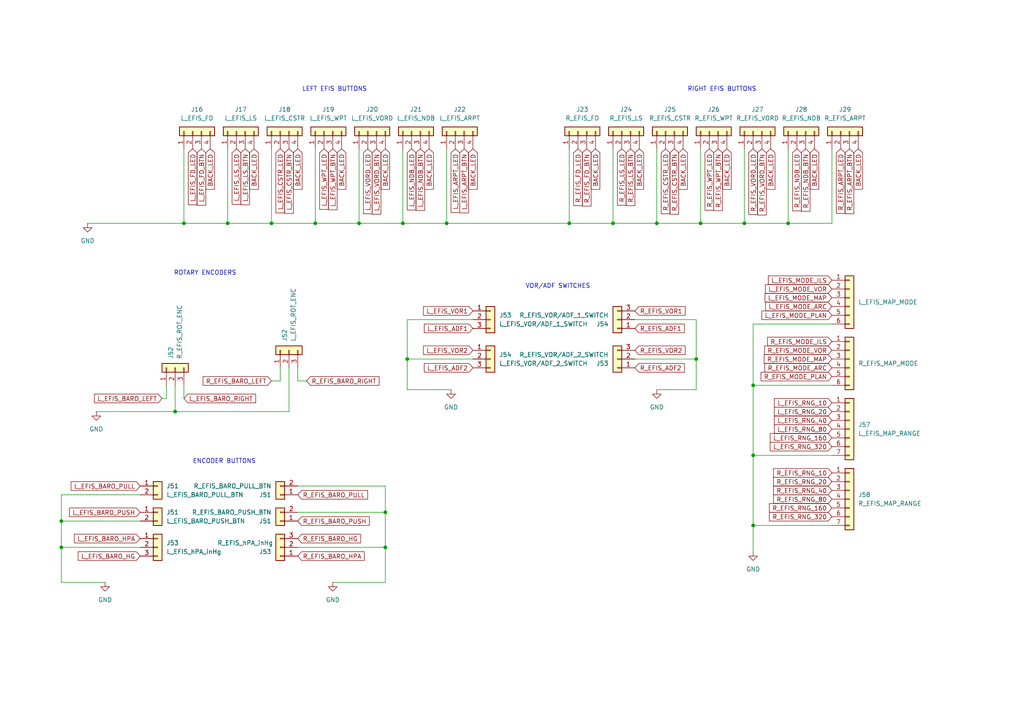
<source format=kicad_sch>
(kicad_sch (version 20230121) (generator eeschema)
  (paper "A4")
  (title_block (title "FCU Mainboard schematics") (date "2024-03-05") (rev "1.0"))
  (lib_symbols
    (symbol "Connector_Generic:Conn_01x02" (pin_names (offset 1.016) hide)
      (property "Reference" "J" (at 0 2.54 0))
      (property "Value" "Conn_01x02" (at 0 -5.08 0))
      (symbol "Conn_01x02_1_1"
        (rectangle (start -1.27 -2.413) (end 0 -2.667) (stroke (width 0.1524)))
        (rectangle (start -1.27 0.127) (end 0 -0.127) (stroke (width 0.1524)))
        (rectangle (start -1.27 1.27) (end 1.27 -3.81) (stroke (width 0.254)) (fill (type background)))
        (pin passive line (at -5.08 0 0) (length 3.81) (name "Pin_1") (number "1"))
        (pin passive line (at -5.08 -2.54 0) (length 3.81) (name "Pin_2") (number "2"))
      )
    )
    (symbol "Connector_Generic:Conn_01x03" (pin_names (offset 1.016) hide)
      (property "Reference" "J" (at 0 5.08 0))
      (property "Value" "Conn_01x03" (at 0 -5.08 0))
      (symbol "Conn_01x03_1_1"
        (rectangle (start -1.27 -2.413) (end 0 -2.667) (stroke (width 0.1524)))
        (rectangle (start -1.27 0.127) (end 0 -0.127) (stroke (width 0.1524)))
        (rectangle (start -1.27 2.667) (end 0 2.413) (stroke (width 0.1524)))
        (rectangle (start -1.27 3.81) (end 1.27 -3.81) (stroke (width 0.254)) (fill (type background)))
        (pin passive line (at -5.08 2.54 0) (length 3.81) (name "Pin_1") (number "1"))
        (pin passive line (at -5.08 0 0) (length 3.81) (name "Pin_2") (number "2"))
        (pin passive line (at -5.08 -2.54 0) (length 3.81) (name "Pin_3") (number "3"))
      )
    )
    (symbol "Connector_Generic:Conn_01x04" (pin_names (offset 1.016) hide)
      (property "Reference" "J" (at 0 5.08 0))
      (property "Value" "Conn_01x04" (at 0 -7.62 0))
      (symbol "Conn_01x04_1_1"
        (rectangle (start -1.27 -4.953) (end 0 -5.207) (stroke (width 0.1524)))
        (rectangle (start -1.27 -2.413) (end 0 -2.667) (stroke (width 0.1524)))
        (rectangle (start -1.27 0.127) (end 0 -0.127) (stroke (width 0.1524)))
        (rectangle (start -1.27 2.667) (end 0 2.413) (stroke (width 0.1524)))
        (rectangle (start -1.27 3.81) (end 1.27 -6.35) (stroke (width 0.254)) (fill (type background)))
        (pin passive line (at -5.08 2.54 0) (length 3.81) (name "Pin_1") (number "1"))
        (pin passive line (at -5.08 0 0) (length 3.81) (name "Pin_2") (number "2"))
        (pin passive line (at -5.08 -2.54 0) (length 3.81) (name "Pin_3") (number "3"))
        (pin passive line (at -5.08 -5.08 0) (length 3.81) (name "Pin_4") (number "4"))
      )
    )
    (symbol "Connector_Generic:Conn_01x06" (pin_names (offset 1.016) hide)
      (property "Reference" "J" (at 0 7.62 0))
      (property "Value" "Conn_01x06" (at 0 -10.16 0))
      (symbol "Conn_01x06_1_1"
        (rectangle (start -1.27 -7.493) (end 0 -7.747) (stroke (width 0.1524)))
        (rectangle (start -1.27 -4.953) (end 0 -5.207) (stroke (width 0.1524)))
        (rectangle (start -1.27 -2.413) (end 0 -2.667) (stroke (width 0.1524)))
        (rectangle (start -1.27 0.127) (end 0 -0.127) (stroke (width 0.1524)))
        (rectangle (start -1.27 2.667) (end 0 2.413) (stroke (width 0.1524)))
        (rectangle (start -1.27 5.207) (end 0 4.953) (stroke (width 0.1524)))
        (rectangle (start -1.27 6.35) (end 1.27 -8.89) (stroke (width 0.254)) (fill (type background)))
        (pin passive line (at -5.08 5.08 0) (length 3.81) (name "Pin_1") (number "1"))
        (pin passive line (at -5.08 2.54 0) (length 3.81) (name "Pin_2") (number "2"))
        (pin passive line (at -5.08 0 0) (length 3.81) (name "Pin_3") (number "3"))
        (pin passive line (at -5.08 -2.54 0) (length 3.81) (name "Pin_4") (number "4"))
        (pin passive line (at -5.08 -5.08 0) (length 3.81) (name "Pin_5") (number "5"))
        (pin passive line (at -5.08 -7.62 0) (length 3.81) (name "Pin_6") (number "6"))
      )
    )
    (symbol "Connector_Generic:Conn_01x07" (pin_names (offset 1.016) hide)
      (property "Reference" "J" (at 0 10.16 0))
      (property "Value" "Conn_01x07" (at 0 -10.16 0))
      (symbol "Conn_01x07_1_1"
        (rectangle (start -1.27 -7.493) (end 0 -7.747) (stroke (width 0.1524)))
        (rectangle (start -1.27 -4.953) (end 0 -5.207) (stroke (width 0.1524)))
        (rectangle (start -1.27 -2.413) (end 0 -2.667) (stroke (width 0.1524)))
        (rectangle (start -1.27 0.127) (end 0 -0.127) (stroke (width 0.1524)))
        (rectangle (start -1.27 2.667) (end 0 2.413) (stroke (width 0.1524)))
        (rectangle (start -1.27 5.207) (end 0 4.953) (stroke (width 0.1524)))
        (rectangle (start -1.27 7.747) (end 0 7.493) (stroke (width 0.1524)))
        (rectangle (start -1.27 8.89) (end 1.27 -8.89) (stroke (width 0.254)) (fill (type background)))
        (pin passive line (at -5.08 7.62 0) (length 3.81) (name "Pin_1") (number "1"))
        (pin passive line (at -5.08 5.08 0) (length 3.81) (name "Pin_2") (number "2"))
        (pin passive line (at -5.08 2.54 0) (length 3.81) (name "Pin_3") (number "3"))
        (pin passive line (at -5.08 0 0) (length 3.81) (name "Pin_4") (number "4"))
        (pin passive line (at -5.08 -2.54 0) (length 3.81) (name "Pin_5") (number "5"))
        (pin passive line (at -5.08 -5.08 0) (length 3.81) (name "Pin_6") (number "6"))
        (pin passive line (at -5.08 -7.62 0) (length 3.81) (name "Pin_7") (number "7"))
      )
    )
    (symbol "power:GND" (power) (pin_names (offset 0))
      (property "Value" "GND" (at 0 -3.81 0))
      (symbol "GND_0_1"
        (polyline (pts (xy 0 0) (xy 0 -1.27) (xy 1.27 -1.27) (xy 0 -2.54) (xy -1.27 -1.27) (xy 0 -1.27)))
      )
      (symbol "GND_1_1"
        (pin power_in line (at 0 0 270) (length 0) hide (name "GND") (number "1"))
      )
    )
  )
  (junction (at 116.84 64.77))
  (junction (at 177.8 64.77))
  (junction (at 111.76 158.75))
  (junction (at 218.44 152.4))
  (junction (at 50.8 119.38))
  (junction (at 17.78 151.13))
  (junction (at 53.34 64.77))
  (junction (at 118.11 104.14))
  (junction (at 218.44 132.08))
  (junction (at 111.76 148.59))
  (junction (at 218.44 111.76))
  (junction (at 165.1 64.77))
  (junction (at 129.54 64.77))
  (junction (at 190.5 64.77))
  (junction (at 203.2 64.77))
  (junction (at 228.6 64.77))
  (junction (at 66.04 64.77))
  (junction (at 78.74 64.77))
  (junction (at 17.78 158.75))
  (junction (at 201.93 104.14))
  (junction (at 104.14 64.77))
  (junction (at 91.44 64.77))
  (junction (at 215.9 64.77))
  (wire (pts (xy 228.6 43.18) (xy 228.6 64.77)))
  (wire (pts (xy 218.44 152.4) (xy 218.44 160.02)))
  (wire (pts (xy 137.16 92.71) (xy 118.11 92.71)))
  (wire (pts (xy 78.74 110.49) (xy 81.28 110.49)))
  (wire (pts (xy 111.76 148.59) (xy 111.76 158.75)))
  (wire (pts (xy 215.9 43.18) (xy 215.9 64.77)))
  (wire (pts (xy 184.15 92.71) (xy 201.93 92.71)))
  (wire (pts (xy 40.64 158.75) (xy 17.78 158.75)))
  (wire (pts (xy 129.54 43.18) (xy 129.54 64.77)))
  (wire (pts (xy 241.3 111.76) (xy 218.44 111.76)))
  (wire (pts (xy 46.99 115.57) (xy 48.26 115.57)))
  (wire (pts (xy 184.15 104.14) (xy 201.93 104.14)))
  (wire (pts (xy 111.76 168.91) (xy 96.52 168.91)))
  (wire (pts (xy 165.1 43.18) (xy 165.1 64.77)))
  (wire (pts (xy 78.74 64.77) (xy 91.44 64.77)))
  (wire (pts (xy 203.2 64.77) (xy 215.9 64.77)))
  (wire (pts (xy 86.36 140.97) (xy 111.76 140.97)))
  (wire (pts (xy 104.14 64.77) (xy 116.84 64.77)))
  (wire (pts (xy 17.78 151.13) (xy 40.64 151.13)))
  (wire (pts (xy 50.8 119.38) (xy 83.82 119.38)))
  (wire (pts (xy 218.44 93.98) (xy 218.44 111.76)))
  (wire (pts (xy 201.93 92.71) (xy 201.93 104.14)))
  (wire (pts (xy 17.78 143.51) (xy 17.78 151.13)))
  (wire (pts (xy 129.54 64.77) (xy 165.1 64.77)))
  (wire (pts (xy 17.78 158.75) (xy 17.78 168.91)))
  (wire (pts (xy 228.6 64.77) (xy 241.3 64.77)))
  (wire (pts (xy 78.74 43.18) (xy 78.74 64.77)))
  (wire (pts (xy 177.8 64.77) (xy 190.5 64.77)))
  (wire (pts (xy 218.44 132.08) (xy 218.44 152.4)))
  (wire (pts (xy 203.2 43.18) (xy 203.2 64.77)))
  (wire (pts (xy 91.44 43.18) (xy 91.44 64.77)))
  (wire (pts (xy 81.28 110.49) (xy 81.28 106.68)))
  (wire (pts (xy 201.93 113.03) (xy 190.5 113.03)))
  (wire (pts (xy 118.11 104.14) (xy 118.11 113.03)))
  (wire (pts (xy 241.3 152.4) (xy 218.44 152.4)))
  (wire (pts (xy 165.1 64.77) (xy 177.8 64.77)))
  (wire (pts (xy 53.34 64.77) (xy 66.04 64.77)))
  (wire (pts (xy 190.5 64.77) (xy 203.2 64.77)))
  (wire (pts (xy 86.36 158.75) (xy 111.76 158.75)))
  (wire (pts (xy 218.44 132.08) (xy 241.3 132.08)))
  (wire (pts (xy 201.93 104.14) (xy 201.93 113.03)))
  (wire (pts (xy 116.84 43.18) (xy 116.84 64.77)))
  (wire (pts (xy 86.36 148.59) (xy 111.76 148.59)))
  (wire (pts (xy 91.44 64.77) (xy 104.14 64.77)))
  (wire (pts (xy 241.3 93.98) (xy 218.44 93.98)))
  (wire (pts (xy 111.76 140.97) (xy 111.76 148.59)))
  (wire (pts (xy 66.04 64.77) (xy 78.74 64.77)))
  (wire (pts (xy 27.94 119.38) (xy 50.8 119.38)))
  (wire (pts (xy 83.82 106.68) (xy 83.82 119.38)))
  (wire (pts (xy 40.64 143.51) (xy 17.78 143.51)))
  (wire (pts (xy 118.11 104.14) (xy 137.16 104.14)))
  (wire (pts (xy 190.5 43.18) (xy 190.5 64.77)))
  (wire (pts (xy 86.36 110.49) (xy 86.36 106.68)))
  (wire (pts (xy 17.78 151.13) (xy 17.78 158.75)))
  (wire (pts (xy 53.34 43.18) (xy 53.34 64.77)))
  (wire (pts (xy 118.11 113.03) (xy 130.81 113.03)))
  (wire (pts (xy 218.44 111.76) (xy 218.44 132.08)))
  (wire (pts (xy 66.04 43.18) (xy 66.04 64.77)))
  (wire (pts (xy 177.8 43.18) (xy 177.8 64.77)))
  (wire (pts (xy 215.9 64.77) (xy 228.6 64.77)))
  (wire (pts (xy 48.26 115.57) (xy 48.26 111.76)))
  (wire (pts (xy 241.3 64.77) (xy 241.3 43.18)))
  (wire (pts (xy 25.4 64.77) (xy 53.34 64.77)))
  (wire (pts (xy 118.11 92.71) (xy 118.11 104.14)))
  (wire (pts (xy 111.76 158.75) (xy 111.76 168.91)))
  (wire (pts (xy 17.78 168.91) (xy 30.48 168.91)))
  (wire (pts (xy 53.34 111.76) (xy 53.34 115.57)))
  (wire (pts (xy 88.9 110.49) (xy 86.36 110.49)))
  (wire (pts (xy 104.14 43.18) (xy 104.14 64.77)))
  (wire (pts (xy 116.84 64.77) (xy 129.54 64.77)))
  (wire (pts (xy 50.8 119.38) (xy 50.8 111.76)))
  (text "ENCODER BUTTONS" (at 55.88 134.62 0) (effects (font (size 1.27 1.27)) (justify left bottom)))
  (text "RIGHT EFIS BUTTONS" (at 199.39 26.67 0) (effects (font (size 1.27 1.27)) (justify left bottom)))
  (text "LEFT EFIS BUTTONS" (at 87.63 26.67 0) (effects (font (size 1.27 1.27)) (justify left bottom)))
  (text "VOR/ADF SWITCHES" (at 152.4 83.82 0) (effects (font (size 1.27 1.27)) (justify left bottom)))
  (text "ROTARY ENCODERS" (at 68.58 80.01 0) (effects (font (size 1.27 1.27)) (justify right bottom)))
  (global_label "L_EFIS_VOR1" (shape input) (at 137.16 90.17 180) (property "Intersheetrefs" "${INTERSHEET_REFS}" (effects hide)))
  (global_label "L_EFIS_RNG_160" (shape input) (at 241.3 127 180) (property "Intersheetrefs" "${INTERSHEET_REFS}" (effects hide)))
  (global_label "R_EFIS_RNG_80" (shape input) (at 241.3 144.78 180) (property "Intersheetrefs" "${INTERSHEET_REFS}" (effects hide)))
  (global_label "L_EFIS_BARO_HPA" (shape input) (at 40.64 156.21 180) (property "Intersheetrefs" "${INTERSHEET_REFS}" (effects hide)))
  (global_label "BACK_LED" (shape input) (at 172.72 43.18 270) (property "Intersheetrefs" "${INTERSHEET_REFS}" (effects hide)))
  (global_label "BACK_LED" (shape input) (at 185.42 43.18 270) (property "Intersheetrefs" "${INTERSHEET_REFS}" (effects hide)))
  (global_label "R_EFIS_LS_LED" (shape input) (at 180.34 43.18 270) (property "Intersheetrefs" "${INTERSHEET_REFS}" (effects hide)))
  (global_label "R_EFIS_MODE_MAP" (shape input) (at 241.3 104.14 180) (property "Intersheetrefs" "${INTERSHEET_REFS}" (effects hide)))
  (global_label "R_EFIS_BARO_RIGHT" (shape input) (at 88.9 110.49 0) (property "Intersheetrefs" "${INTERSHEET_REFS}" (effects hide)))
  (global_label "R_EFIS_FD_BTN" (shape input) (at 170.18 43.18 270) (property "Intersheetrefs" "${INTERSHEET_REFS}" (effects hide)))
  (global_label "L_EFIS_RNG_320" (shape input) (at 241.3 129.54 180) (property "Intersheetrefs" "${INTERSHEET_REFS}" (effects hide)))
  (global_label "R_EFIS_BARO_PUSH" (shape input) (at 86.36 151.13 0) (property "Intersheetrefs" "${INTERSHEET_REFS}" (effects hide)))
  (global_label "L_EFIS_BARO_PUSH" (shape input) (at 40.64 148.59 180) (property "Intersheetrefs" "${INTERSHEET_REFS}" (effects hide)))
  (global_label "L_EFIS_RNG_10" (shape input) (at 241.3 116.84 180) (property "Intersheetrefs" "${INTERSHEET_REFS}" (effects hide)))
  (global_label "R_EFIS_VOR1" (shape input) (at 184.15 90.17 0) (property "Intersheetrefs" "${INTERSHEET_REFS}" (effects hide)))
  (global_label "R_EFIS_CSTR_LED" (shape input) (at 193.04 43.18 270) (property "Intersheetrefs" "${INTERSHEET_REFS}" (effects hide)))
  (global_label "L_EFIS_MODE_VOR" (shape input) (at 241.3 83.82 180) (property "Intersheetrefs" "${INTERSHEET_REFS}" (effects hide)))
  (global_label "L_EFIS_WPT_LED" (shape input) (at 93.98 43.18 270) (property "Intersheetrefs" "${INTERSHEET_REFS}" (effects hide)))
  (global_label "L_EFIS_NDB_LED" (shape input) (at 119.38 43.18 270) (property "Intersheetrefs" "${INTERSHEET_REFS}" (effects hide)))
  (global_label "R_EFIS_BARO_LEFT" (shape input) (at 78.74 110.49 180) (property "Intersheetrefs" "${INTERSHEET_REFS}" (effects hide)))
  (global_label "R_EFIS_MODE_ILS" (shape input) (at 241.3 99.06 180) (property "Intersheetrefs" "${INTERSHEET_REFS}" (effects hide)))
  (global_label "L_EFIS_ADF1" (shape input) (at 137.16 95.25 180) (property "Intersheetrefs" "${INTERSHEET_REFS}" (effects hide)))
  (global_label "L_EFIS_BARO_RIGHT" (shape input) (at 53.34 115.57 0) (property "Intersheetrefs" "${INTERSHEET_REFS}" (effects hide)))
  (global_label "BACK_LED" (shape input) (at 210.82 43.18 270) (property "Intersheetrefs" "${INTERSHEET_REFS}" (effects hide)))
  (global_label "L_EFIS_FD_LED" (shape input) (at 55.88 43.18 270) (property "Intersheetrefs" "${INTERSHEET_REFS}" (effects hide)))
  (global_label "R_EFIS_RNG_20" (shape input) (at 241.3 139.7 180) (property "Intersheetrefs" "${INTERSHEET_REFS}" (effects hide)))
  (global_label "R_EFIS_BARO_HPA" (shape input) (at 86.36 161.29 0) (property "Intersheetrefs" "${INTERSHEET_REFS}" (effects hide)))
  (global_label "L_EFIS_WPT_BTN" (shape input) (at 96.52 43.18 270) (property "Intersheetrefs" "${INTERSHEET_REFS}" (effects hide)))
  (global_label "R_EFIS_LS_BTN" (shape input) (at 182.88 43.18 270) (property "Intersheetrefs" "${INTERSHEET_REFS}" (effects hide)))
  (global_label "L_EFIS_RNG_20" (shape input) (at 241.3 119.38 180) (property "Intersheetrefs" "${INTERSHEET_REFS}" (effects hide)))
  (global_label "L_EFIS_RNG_40" (shape input) (at 241.3 121.92 180) (property "Intersheetrefs" "${INTERSHEET_REFS}" (effects hide)))
  (global_label "BACK_LED" (shape input) (at 73.66 43.18 270) (property "Intersheetrefs" "${INTERSHEET_REFS}" (effects hide)))
  (global_label "L_EFIS_MODE_ILS" (shape input) (at 241.3 81.28 180) (property "Intersheetrefs" "${INTERSHEET_REFS}" (effects hide)))
  (global_label "BACK_LED" (shape input) (at 60.96 43.18 270) (property "Intersheetrefs" "${INTERSHEET_REFS}" (effects hide)))
  (global_label "BACK_LED" (shape input) (at 86.36 43.18 270) (property "Intersheetrefs" "${INTERSHEET_REFS}" (effects hide)))
  (global_label "R_EFIS_WPT_BTN" (shape input) (at 208.28 43.18 270) (property "Intersheetrefs" "${INTERSHEET_REFS}" (effects hide)))
  (global_label "R_EFIS_MODE_VOR" (shape input) (at 241.3 101.6 180) (property "Intersheetrefs" "${INTERSHEET_REFS}" (effects hide)))
  (global_label "R_EFIS_MODE_PLAN" (shape input) (at 241.3 109.22 180) (property "Intersheetrefs" "${INTERSHEET_REFS}" (effects hide)))
  (global_label "R_EFIS_ADF1" (shape input) (at 184.15 95.25 0) (property "Intersheetrefs" "${INTERSHEET_REFS}" (effects hide)))
  (global_label "R_EFIS_MODE_ARC" (shape input) (at 241.3 106.68 180) (property "Intersheetrefs" "${INTERSHEET_REFS}" (effects hide)))
  (global_label "L_EFIS_ADF2" (shape input) (at 137.16 106.68 180) (property "Intersheetrefs" "${INTERSHEET_REFS}" (effects hide)))
  (global_label "R_EFIS_VOR2" (shape input) (at 184.15 101.6 0) (property "Intersheetrefs" "${INTERSHEET_REFS}" (effects hide)))
  (global_label "L_EFIS_VORD_BTN" (shape input) (at 109.22 43.18 270) (property "Intersheetrefs" "${INTERSHEET_REFS}" (effects hide)))
  (global_label "L_EFIS_VOR2" (shape input) (at 137.16 101.6 180) (property "Intersheetrefs" "${INTERSHEET_REFS}" (effects hide)))
  (global_label "L_EFIS_MODE_MAP" (shape input) (at 241.3 86.36 180) (property "Intersheetrefs" "${INTERSHEET_REFS}" (effects hide)))
  (global_label "BACK_LED" (shape input) (at 236.22 43.18 270) (property "Intersheetrefs" "${INTERSHEET_REFS}" (effects hide)))
  (global_label "L_EFIS_RNG_80" (shape input) (at 241.3 124.46 180) (property "Intersheetrefs" "${INTERSHEET_REFS}" (effects hide)))
  (global_label "L_EFIS_MODE_PLAN" (shape input) (at 241.3 91.44 180) (property "Intersheetrefs" "${INTERSHEET_REFS}" (effects hide)))
  (global_label "L_EFIS_VORD_LED" (shape input) (at 106.68 43.18 270) (property "Intersheetrefs" "${INTERSHEET_REFS}" (effects hide)))
  (global_label "BACK_LED" (shape input) (at 223.52 43.18 270) (property "Intersheetrefs" "${INTERSHEET_REFS}" (effects hide)))
  (global_label "BACK_LED" (shape input) (at 111.76 43.18 270) (property "Intersheetrefs" "${INTERSHEET_REFS}" (effects hide)))
  (global_label "R_EFIS_BARO_PULL" (shape input) (at 86.36 143.51 0) (property "Intersheetrefs" "${INTERSHEET_REFS}" (effects hide)))
  (global_label "L_EFIS_BARO_LEFT" (shape input) (at 46.99 115.57 180) (property "Intersheetrefs" "${INTERSHEET_REFS}" (effects hide)))
  (global_label "L_EFIS_LS_LED" (shape input) (at 68.58 43.18 270) (property "Intersheetrefs" "${INTERSHEET_REFS}" (effects hide)))
  (global_label "R_EFIS_WPT_LED" (shape input) (at 205.74 43.18 270) (property "Intersheetrefs" "${INTERSHEET_REFS}" (effects hide)))
  (global_label "R_EFIS_RNG_40" (shape input) (at 241.3 142.24 180) (property "Intersheetrefs" "${INTERSHEET_REFS}" (effects hide)))
  (global_label "R_EFIS_BARO_HG" (shape input) (at 86.36 156.21 0) (property "Intersheetrefs" "${INTERSHEET_REFS}" (effects hide)))
  (global_label "BACK_LED" (shape input) (at 198.12 43.18 270) (property "Intersheetrefs" "${INTERSHEET_REFS}" (effects hide)))
  (global_label "L_EFIS_LS_BTN" (shape input) (at 71.12 43.18 270) (property "Intersheetrefs" "${INTERSHEET_REFS}" (effects hide)))
  (global_label "R_EFIS_VORD_BTN" (shape input) (at 220.98 43.18 270) (property "Intersheetrefs" "${INTERSHEET_REFS}" (effects hide)))
  (global_label "L_EFIS_MODE_ARC" (shape input) (at 241.3 88.9 180) (property "Intersheetrefs" "${INTERSHEET_REFS}" (effects hide)))
  (global_label "BACK_LED" (shape input) (at 124.46 43.18 270) (property "Intersheetrefs" "${INTERSHEET_REFS}" (effects hide)))
  (global_label "R_EFIS_FD_LED" (shape input) (at 167.64 43.18 270) (property "Intersheetrefs" "${INTERSHEET_REFS}" (effects hide)))
  (global_label "L_EFIS_ARPT_LED" (shape input) (at 132.08 43.18 270) (property "Intersheetrefs" "${INTERSHEET_REFS}" (effects hide)))
  (global_label "L_EFIS_BARO_PULL" (shape input) (at 40.64 140.97 180) (property "Intersheetrefs" "${INTERSHEET_REFS}" (effects hide)))
  (global_label "L_EFIS_CSTR_BTN" (shape input) (at 83.82 43.18 270) (property "Intersheetrefs" "${INTERSHEET_REFS}" (effects hide)))
  (global_label "L_EFIS_CSTR_LED" (shape input) (at 81.28 43.18 270) (property "Intersheetrefs" "${INTERSHEET_REFS}" (effects hide)))
  (global_label "BACK_LED" (shape input) (at 137.16 43.18 270) (property "Intersheetrefs" "${INTERSHEET_REFS}" (effects hide)))
  (global_label "R_EFIS_NDB_LED" (shape input) (at 231.14 43.18 270) (property "Intersheetrefs" "${INTERSHEET_REFS}" (effects hide)))
  (global_label "L_EFIS_BARO_HG" (shape input) (at 40.64 161.29 180) (property "Intersheetrefs" "${INTERSHEET_REFS}" (effects hide)))
  (global_label "R_EFIS_ADF2" (shape input) (at 184.15 106.68 0) (property "Intersheetrefs" "${INTERSHEET_REFS}" (effects hide)))
  (global_label "R_EFIS_RNG_320" (shape input) (at 241.3 149.86 180) (property "Intersheetrefs" "${INTERSHEET_REFS}" (effects hide)))
  (global_label "R_EFIS_NDB_BTN" (shape input) (at 233.68 43.18 270) (property "Intersheetrefs" "${INTERSHEET_REFS}" (effects hide)))
  (global_label "R_EFIS_VORD_LED" (shape input) (at 218.44 43.18 270) (property "Intersheetrefs" "${INTERSHEET_REFS}" (effects hide)))
  (global_label "R_EFIS_RNG_160" (shape input) (at 241.3 147.32 180) (property "Intersheetrefs" "${INTERSHEET_REFS}" (effects hide)))
  (global_label "R_EFIS_CSTR_BTN" (shape input) (at 195.58 43.18 270) (property "Intersheetrefs" "${INTERSHEET_REFS}" (effects hide)))
  (global_label "L_EFIS_NDB_BTN" (shape input) (at 121.92 43.18 270) (property "Intersheetrefs" "${INTERSHEET_REFS}" (effects hide)))
  (global_label "L_EFIS_FD_BTN" (shape input) (at 58.42 43.18 270) (property "Intersheetrefs" "${INTERSHEET_REFS}" (effects hide)))
  (global_label "R_EFIS_RNG_10" (shape input) (at 241.3 137.16 180) (property "Intersheetrefs" "${INTERSHEET_REFS}" (effects hide)))
  (global_label "R_EFIS_ARPT_BTN" (shape input) (at 246.38 43.18 270) (property "Intersheetrefs" "${INTERSHEET_REFS}" (effects hide)))
  (global_label "BACK_LED" (shape input) (at 99.06 43.18 270) (property "Intersheetrefs" "${INTERSHEET_REFS}" (effects hide)))
  (global_label "R_EFIS_ARPT_LED" (shape input) (at 243.84 43.18 270) (property "Intersheetrefs" "${INTERSHEET_REFS}" (effects hide)))
  (global_label "BACK_LED" (shape input) (at 248.92 43.18 270) (property "Intersheetrefs" "${INTERSHEET_REFS}" (effects hide)))
  (global_label "L_EFIS_ARPT_BTN" (shape input) (at 134.62 43.18 270) (property "Intersheetrefs" "${INTERSHEET_REFS}" (effects hide)))
  (symbol (lib_id "Connector_Generic:Conn_01x03") (at 179.07 92.71 180) (unit 1)
    (property "Reference" "J54" (at 176.53 93.98 0) (effects (justify left)))
    (property "Value" "R_EFIS_VOR/ADF_1_SWITCH" (at 176.53 91.44 0) (effects (justify left)))
    (property "Footprint" "Connector_JST:JST_EH_B3B-EH-A_1x03_P2.50mm_Vertical" (effects hide))
    (instances (project "FCU_Mainboard_v2" (path "" (reference "J54") (unit 1)) (path "" (reference "J56") (unit 1))))
  )
  (symbol (lib_id "Connector_Generic:Conn_01x07") (at 246.38 144.78 0) (unit 1)
    (property "Reference" "J58" (at 248.92 143.51 0) (effects (justify left)))
    (property "Value" "R_EFIS_MAP_RANGE" (at 248.92 146.05 0) (effects (justify left)))
    (property "Footprint" "Connector_JST:JST_EH_B7B-EH-A_1x07_P2.50mm_Vertical" (effects hide))
    (instances (project "FCU_Mainboard_v2" (path "" (reference "J58") (unit 1)) (path "" (reference "J54") (unit 1))))
  )
  (symbol (lib_id "power:GND") (at 27.94 119.38 0) (unit 1)
    (property "Reference" "#PWR015" (effects hide))
    (property "Value" "GND" (at 27.94 124.46 0))
  )
  (symbol (lib_id "Connector_Generic:Conn_01x03") (at 83.82 101.6 90) (unit 1)
    (property "Reference" "J52" (at 82.55 99.06 0) (effects (justify left)))
    (property "Value" "L_EFIS_ROT_ENC" (at 85.09 99.06 0) (effects (justify left)))
    (property "Footprint" "Connector_JST:JST_EH_B3B-EH-A_1x03_P2.50mm_Vertical" (effects hide))
    (instances (project "FCU_Mainboard_v2" (path "" (reference "J52") (unit 1)) (path "" (reference "J40") (unit 1))))
  )
  (symbol (lib_id "Connector_Generic:Conn_01x04") (at 68.58 38.1 90) (unit 1)
    (property "Reference" "J17" (at 69.85 31.75 90))
    (property "Value" "L_EFIS_LS" (at 69.85 34.29 90))
    (property "Footprint" "Connector_JST:JST_EH_B4B-EH-A_1x04_P2.50mm_Vertical" (effects hide))
  )
  (symbol (lib_id "Connector_Generic:Conn_01x03") (at 81.28 158.75 180) (unit 1)
    (property "Reference" "J53" (at 78.74 160.02 0) (effects (justify left)))
    (property "Value" "R_EFIS_hPA_inHg" (at 71.12 157.48 0))
    (property "Footprint" "Connector_JST:JST_EH_B3B-EH-A_1x03_P2.50mm_Vertical" (effects hide))
    (instances (project "FCU_Mainboard_v2" (path "" (reference "J53") (unit 1)) (path "" (reference "J58") (unit 1))))
  )
  (symbol (lib_id "Connector_Generic:Conn_01x07") (at 246.38 124.46 0) (unit 1)
    (property "Reference" "J57" (at 248.92 123.19 0) (effects (justify left)))
    (property "Value" "L_EFIS_MAP_RANGE" (at 248.92 125.73 0) (effects (justify left)))
    (property "Footprint" "Connector_JST:JST_EH_B7B-EH-A_1x07_P2.50mm_Vertical" (effects hide))
    (instances (project "FCU_Mainboard_v2" (path "" (reference "J57") (unit 1)) (path "" (reference "J52") (unit 1))))
  )
  (symbol (lib_id "Connector_Generic:Conn_01x04") (at 231.14 38.1 90) (unit 1)
    (property "Reference" "J28" (at 232.41 31.75 90))
    (property "Value" "R_EFIS_NDB" (at 232.41 34.29 90))
    (property "Footprint" "Connector_JST:JST_EH_B4B-EH-A_1x04_P2.50mm_Vertical" (effects hide))
  )
  (symbol (lib_id "power:GND") (at 130.81 113.03 0) (unit 1)
    (property "Reference" "#PWR018" (effects hide))
    (property "Value" "GND" (at 130.81 118.11 0))
  )
  (symbol (lib_id "power:GND") (at 96.52 168.91 0) (unit 1)
    (property "Reference" "#PWR017" (effects hide))
    (property "Value" "GND" (at 96.52 173.99 0))
  )
  (symbol (lib_id "Connector_Generic:Conn_01x04") (at 167.64 38.1 90) (unit 1)
    (property "Reference" "J23" (at 168.91 31.75 90))
    (property "Value" "R_EFIS_FD" (at 168.91 34.29 90))
    (property "Footprint" "Connector_JST:JST_EH_B4B-EH-A_1x04_P2.50mm_Vertical" (effects hide))
  )
  (symbol (lib_id "Connector_Generic:Conn_01x03") (at 179.07 104.14 180) (unit 1)
    (property "Reference" "J53" (at 176.53 105.41 0) (effects (justify left)))
    (property "Value" "R_EFIS_VOR/ADF_2_SWITCH" (at 176.53 102.87 0) (effects (justify left)))
    (property "Footprint" "Connector_JST:JST_EH_B3B-EH-A_1x03_P2.50mm_Vertical" (effects hide))
    (instances (project "FCU_Mainboard_v2" (path "" (reference "J53") (unit 1)) (path "" (reference "J55") (unit 1))))
  )
  (symbol (lib_id "power:GND") (at 190.5 113.03 0) (unit 1)
    (property "Reference" "#PWR019" (effects hide))
    (property "Value" "GND" (at 190.5 118.11 0))
  )
  (symbol (lib_id "Connector_Generic:Conn_01x02") (at 45.72 140.97 0) (unit 1)
    (property "Reference" "J51" (at 48.26 140.97 0) (effects (justify left)))
    (property "Value" "L_EFIS_BARO_PULL_BTN" (at 48.26 143.51 0) (effects (justify left)))
    (property "Footprint" "Connector_JST:JST_EH_B2B-EH-A_1x02_P2.50mm_Vertical" (effects hide))
    (instances (project "FCU_Mainboard_v2" (path "" (reference "J51") (unit 1)) (path "" (reference "J38") (unit 1))))
  )
  (symbol (lib_id "Connector_Generic:Conn_01x04") (at 205.74 38.1 90) (unit 1)
    (property "Reference" "J26" (at 207.01 31.75 90))
    (property "Value" "R_EFIS_WPT" (at 207.01 34.29 90))
    (property "Footprint" "Connector_JST:JST_EH_B4B-EH-A_1x04_P2.50mm_Vertical" (effects hide))
  )
  (symbol (lib_id "Connector_Generic:Conn_01x03") (at 142.24 104.14 0) (unit 1)
    (property "Reference" "J54" (at 144.78 102.87 0) (effects (justify left)))
    (property "Value" "L_EFIS_VOR/ADF_2_SWITCH" (at 144.78 105.41 0) (effects (justify left)))
    (property "Footprint" "Connector_JST:JST_EH_B3B-EH-A_1x03_P2.50mm_Vertical" (effects hide))
    (instances (project "FCU_Mainboard_v2" (path "" (reference "J54") (unit 1)) (path "" (reference "J50") (unit 1))))
  )
  (symbol (lib_id "Connector_Generic:Conn_01x02") (at 81.28 151.13 180) (unit 1)
    (property "Reference" "J51" (at 78.74 151.13 0) (effects (justify left)))
    (property "Value" "R_EFIS_BARO_PUSH_BTN" (at 78.74 148.59 0) (effects (justify left)))
    (property "Footprint" "Connector_JST:JST_EH_B2B-EH-A_1x02_P2.50mm_Vertical" (effects hide))
    (instances (project "FCU_Mainboard_v2" (path "" (reference "J51") (unit 1)) (path "" (reference "J47") (unit 1))))
  )
  (symbol (lib_id "Connector_Generic:Conn_01x03") (at 50.8 106.68 90) (unit 1)
    (property "Reference" "J52" (at 49.53 104.14 0) (effects (justify left)))
    (property "Value" "R_EFIS_ROT_ENC" (at 52.07 104.14 0) (effects (justify left)))
    (property "Footprint" "Connector_JST:JST_EH_B3B-EH-A_1x03_P2.50mm_Vertical" (effects hide))
    (instances (project "FCU_Mainboard_v2" (path "" (reference "J52") (unit 1)) (path "" (reference "J36") (unit 1))))
  )
  (symbol (lib_id "Connector_Generic:Conn_01x04") (at 106.68 38.1 90) (unit 1)
    (property "Reference" "J20" (at 107.95 31.75 90))
    (property "Value" "L_EFIS_VORD" (at 107.95 34.29 90))
    (property "Footprint" "Connector_JST:JST_EH_B4B-EH-A_1x04_P2.50mm_Vertical" (effects hide))
  )
  (symbol (lib_id "Connector_Generic:Conn_01x06") (at 246.38 104.14 0) (unit 1)
    (property "Reference" "J56" (effects hide))
    (property "Value" "R_EFIS_MAP_MODE" (at 248.92 105.41 0) (effects (justify left)))
    (property "Footprint" "Connector_JST:JST_EH_B6B-EH-A_1x06_P2.50mm_Vertical" (effects hide))
    (instances (project "FCU_Mainboard_v2" (path "" (reference "J56") (unit 1)) (path "" (reference "J53") (unit 1))))
  )
  (symbol (lib_id "power:GND") (at 25.4 64.77 0) (unit 1)
    (property "Reference" "#PWR014" (effects hide))
    (property "Value" "GND" (at 25.4 69.85 0))
  )
  (symbol (lib_id "Connector_Generic:Conn_01x04") (at 93.98 38.1 90) (unit 1)
    (property "Reference" "J19" (at 95.25 31.75 90))
    (property "Value" "L_EFIS_WPT" (at 95.25 34.29 90))
    (property "Footprint" "Connector_JST:JST_EH_B4B-EH-A_1x04_P2.50mm_Vertical" (effects hide))
  )
  (symbol (lib_id "Connector_Generic:Conn_01x04") (at 81.28 38.1 90) (unit 1)
    (property "Reference" "J18" (at 82.55 31.75 90))
    (property "Value" "L_EFIS_CSTR" (at 82.55 34.29 90))
    (property "Footprint" "Connector_JST:JST_EH_B4B-EH-A_1x04_P2.50mm_Vertical" (effects hide))
  )
  (symbol (lib_id "Connector_Generic:Conn_01x02") (at 45.72 148.59 0) (unit 1)
    (property "Reference" "J51" (at 48.26 148.59 0) (effects (justify left)))
    (property "Value" "L_EFIS_BARO_PUSH_BTN" (at 48.26 151.13 0) (effects (justify left)))
    (property "Footprint" "Connector_JST:JST_EH_B2B-EH-A_1x02_P2.50mm_Vertical" (effects hide))
    (instances (project "FCU_Mainboard_v2" (path "" (reference "J51") (unit 1)) (path "" (reference "J44") (unit 1))))
  )
  (symbol (lib_id "power:GND") (at 218.44 160.02 0) (unit 1)
    (property "Reference" "#PWR023" (effects hide))
    (property "Value" "GND" (at 218.44 165.1 0))
  )
  (symbol (lib_id "Connector_Generic:Conn_01x04") (at 243.84 38.1 90) (unit 1)
    (property "Reference" "J29" (at 245.11 31.75 90))
    (property "Value" "R_EFIS_ARPT" (at 245.11 34.29 90))
    (property "Footprint" "Connector_JST:JST_EH_B4B-EH-A_1x04_P2.50mm_Vertical" (effects hide))
  )
  (symbol (lib_id "power:GND") (at 30.48 168.91 0) (unit 1)
    (property "Reference" "#PWR016" (effects hide))
    (property "Value" "GND" (at 30.48 173.99 0))
  )
  (symbol (lib_id "Connector_Generic:Conn_01x04") (at 55.88 38.1 90) (unit 1)
    (property "Reference" "J16" (at 57.15 31.75 90))
    (property "Value" "L_EFIS_FD" (at 57.15 34.29 90))
    (property "Footprint" "Connector_JST:JST_EH_B4B-EH-A_1x04_P2.50mm_Vertical" (effects hide))
  )
  (symbol (lib_id "Connector_Generic:Conn_01x02") (at 81.28 143.51 180) (unit 1)
    (property "Reference" "J51" (at 78.74 143.51 0) (effects (justify left)))
    (property "Value" "R_EFIS_BARO_PULL_BTN" (at 78.74 140.97 0) (effects (justify left)))
    (property "Footprint" "Connector_JST:JST_EH_B2B-EH-A_1x02_P2.50mm_Vertical" (effects hide))
    (instances (project "FCU_Mainboard_v2" (path "" (reference "J51") (unit 1)) (path "" (reference "J57") (unit 1))))
  )
  (symbol (lib_id "Connector_Generic:Conn_01x04") (at 193.04 38.1 90) (unit 1)
    (property "Reference" "J25" (at 194.31 31.75 90))
    (property "Value" "R_EFIS_CSTR" (at 194.31 34.29 90))
    (property "Footprint" "Connector_JST:JST_EH_B4B-EH-A_1x04_P2.50mm_Vertical" (effects hide))
  )
  (symbol (lib_id "Connector_Generic:Conn_01x04") (at 119.38 38.1 90) (unit 1)
    (property "Reference" "J21" (at 120.65 31.75 90))
    (property "Value" "L_EFIS_NDB" (at 120.65 34.29 90))
    (property "Footprint" "Connector_JST:JST_EH_B4B-EH-A_1x04_P2.50mm_Vertical" (effects hide))
  )
  (symbol (lib_id "Connector_Generic:Conn_01x04") (at 180.34 38.1 90) (unit 1)
    (property "Reference" "J24" (at 181.61 31.75 90))
    (property "Value" "R_EFIS_LS" (at 181.61 34.29 90))
    (property "Footprint" "Connector_JST:JST_EH_B4B-EH-A_1x04_P2.50mm_Vertical" (effects hide))
  )
  (symbol (lib_id "Connector_Generic:Conn_01x03") (at 142.24 92.71 0) (unit 1)
    (property "Reference" "J53" (at 144.78 91.44 0) (effects (justify left)))
    (property "Value" "L_EFIS_VOR/ADF_1_SWITCH" (at 144.78 93.98 0) (effects (justify left)))
    (property "Footprint" "Connector_JST:JST_EH_B3B-EH-A_1x03_P2.50mm_Vertical" (effects hide))
    (instances (project "FCU_Mainboard_v2" (path "" (reference "J53") (unit 1)) (path "" (reference "J49") (unit 1))))
  )
  (symbol (lib_id "Connector_Generic:Conn_01x06") (at 246.38 86.36 0) (unit 1)
    (property "Reference" "J55" (effects hide))
    (property "Value" "L_EFIS_MAP_MODE" (at 248.92 87.63 0) (effects (justify left)))
    (property "Footprint" "Connector_JST:JST_EH_B6B-EH-A_1x06_P2.50mm_Vertical" (effects hide))
    (instances (project "FCU_Mainboard_v2" (path "" (reference "J55") (unit 1)) (path "" (reference "J51") (unit 1))))
  )
  (symbol (lib_id "Connector_Generic:Conn_01x03") (at 45.72 158.75 0) (unit 1)
    (property "Reference" "J53" (at 48.26 157.48 0) (effects (justify left)))
    (property "Value" "L_EFIS_hPA_inHg" (at 48.26 160.02 0) (effects (justify left)))
    (property "Footprint" "Connector_JST:JST_EH_B3B-EH-A_1x03_P2.50mm_Vertical" (effects hide))
    (instances (project "FCU_Mainboard_v2" (path "" (reference "J53") (unit 1)) (path "" (reference "J39") (unit 1))))
  )
  (symbol (lib_id "Connector_Generic:Conn_01x04") (at 218.44 38.1 90) (unit 1)
    (property "Reference" "J27" (at 219.71 31.75 90))
    (property "Value" "R_EFIS_VORD" (at 219.71 34.29 90))
    (property "Footprint" "Connector_JST:JST_EH_B4B-EH-A_1x04_P2.50mm_Vertical" (effects hide))
  )
  (symbol (lib_id "Connector_Generic:Conn_01x04") (at 132.08 38.1 90) (unit 1)
    (property "Reference" "J22" (at 133.35 31.75 90))
    (property "Value" "L_EFIS_ARPT" (at 133.35 34.29 90))
    (property "Footprint" "Connector_JST:JST_EH_B4B-EH-A_1x04_P2.50mm_Vertical" (effects hide))
  )
)
</source>
